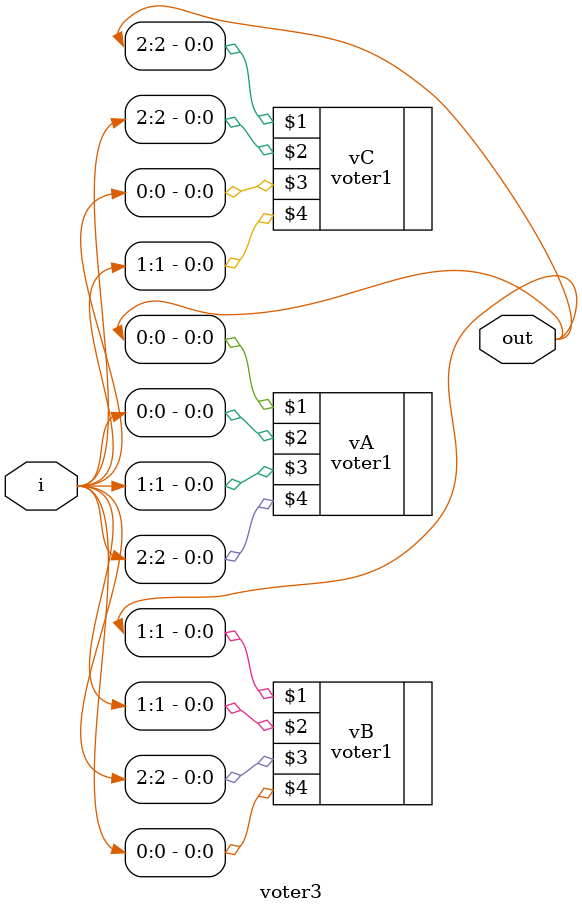
<source format=v>
 module voter3(out, i)/* synthesis syn_sharing = "off" */; // voter
 	output [2:0]out/*synthesis syn_keep = 1*/;
	input  [2:0]i/*synthesis syn_keep = 1*/;
		
	voter1 vA (out[0],i[0],i[1],i[2]) /*synthesis syn_preserve = 1*/;
	voter1 vB (out[1],i[1],i[2],i[0]) /*synthesis syn_preserve = 1*/;
	voter1 vC (out[2],i[2],i[0],i[1]) /*synthesis syn_preserve = 1*/;

endmodule
</source>
